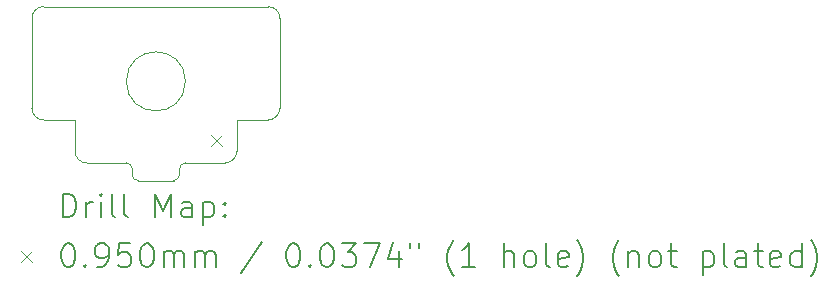
<source format=gbr>
%TF.GenerationSoftware,KiCad,Pcbnew,8.0.2*%
%TF.CreationDate,2024-08-23T14:06:56-07:00*%
%TF.ProjectId,UGC_MechTrigger,5547435f-4d65-4636-9854-726967676572,rev?*%
%TF.SameCoordinates,Original*%
%TF.FileFunction,Drillmap*%
%TF.FilePolarity,Positive*%
%FSLAX45Y45*%
G04 Gerber Fmt 4.5, Leading zero omitted, Abs format (unit mm)*
G04 Created by KiCad (PCBNEW 8.0.2) date 2024-08-23 14:06:56*
%MOMM*%
%LPD*%
G01*
G04 APERTURE LIST*
%ADD10C,0.010000*%
%ADD11C,0.001000*%
%ADD12C,0.200000*%
%ADD13C,0.100000*%
G04 APERTURE END LIST*
D10*
X21761820Y-15886420D02*
X21761820Y-15886420D01*
X21761820Y-15936420D02*
X21761820Y-15936420D01*
X21276820Y-15472620D02*
X21276820Y-15736420D01*
X21376820Y-15836420D02*
G75*
G02*
X21276820Y-15736420I0J100000D01*
G01*
X21276820Y-15736420D02*
X21276820Y-15736420D01*
X23011820Y-15372620D02*
G75*
G02*
X22911820Y-15472620I-100000J0D01*
G01*
X22911820Y-14512620D02*
X21011820Y-14512620D01*
X21011820Y-15472620D02*
G75*
G02*
X20911820Y-15372620I0J100000D01*
G01*
X21376820Y-15836420D02*
X21711820Y-15836420D01*
X20911820Y-14612620D02*
X20911820Y-15372620D01*
X22211820Y-15836420D02*
X22546820Y-15836420D01*
X21711820Y-15836420D02*
G75*
G02*
X21761820Y-15886420I0J-50000D01*
G01*
X22911820Y-14512620D02*
G75*
G02*
X23011820Y-14612620I0J-100000D01*
G01*
X20911820Y-14612620D02*
G75*
G02*
X21011820Y-14512620I100000J0D01*
G01*
X21761820Y-15886420D02*
X21761820Y-15936420D01*
X22646820Y-15472620D02*
X22911820Y-15472620D01*
X21811820Y-15986420D02*
X22111820Y-15986420D01*
X21011820Y-15472620D02*
X21276820Y-15472620D01*
X22161820Y-15936420D02*
X22161820Y-15886420D01*
X21811820Y-15986420D02*
G75*
G02*
X21761820Y-15936420I0J50000D01*
G01*
X22161820Y-15936420D02*
G75*
G02*
X22111820Y-15986420I-50000J0D01*
G01*
X22161820Y-15886420D02*
G75*
G02*
X22211820Y-15836420I50000J0D01*
G01*
X22646820Y-15736420D02*
X22646820Y-15472620D01*
X23011820Y-15372620D02*
X23011820Y-14612620D01*
X22646820Y-15736420D02*
G75*
G02*
X22546820Y-15836420I-100000J0D01*
G01*
D11*
X22211820Y-15146420D02*
G75*
G02*
X21711820Y-15146420I-250000J0D01*
G01*
X21711820Y-15146420D02*
G75*
G02*
X22211820Y-15146420I250000J0D01*
G01*
D12*
D13*
X22429320Y-15598920D02*
X22524320Y-15693920D01*
X22524320Y-15598920D02*
X22429320Y-15693920D01*
D12*
X21172097Y-16298404D02*
X21172097Y-16098404D01*
X21172097Y-16098404D02*
X21219716Y-16098404D01*
X21219716Y-16098404D02*
X21248287Y-16107928D01*
X21248287Y-16107928D02*
X21267335Y-16126975D01*
X21267335Y-16126975D02*
X21276859Y-16146023D01*
X21276859Y-16146023D02*
X21286383Y-16184118D01*
X21286383Y-16184118D02*
X21286383Y-16212690D01*
X21286383Y-16212690D02*
X21276859Y-16250785D01*
X21276859Y-16250785D02*
X21267335Y-16269832D01*
X21267335Y-16269832D02*
X21248287Y-16288880D01*
X21248287Y-16288880D02*
X21219716Y-16298404D01*
X21219716Y-16298404D02*
X21172097Y-16298404D01*
X21372097Y-16298404D02*
X21372097Y-16165070D01*
X21372097Y-16203166D02*
X21381621Y-16184118D01*
X21381621Y-16184118D02*
X21391144Y-16174594D01*
X21391144Y-16174594D02*
X21410192Y-16165070D01*
X21410192Y-16165070D02*
X21429240Y-16165070D01*
X21495906Y-16298404D02*
X21495906Y-16165070D01*
X21495906Y-16098404D02*
X21486383Y-16107928D01*
X21486383Y-16107928D02*
X21495906Y-16117451D01*
X21495906Y-16117451D02*
X21505430Y-16107928D01*
X21505430Y-16107928D02*
X21495906Y-16098404D01*
X21495906Y-16098404D02*
X21495906Y-16117451D01*
X21619716Y-16298404D02*
X21600668Y-16288880D01*
X21600668Y-16288880D02*
X21591144Y-16269832D01*
X21591144Y-16269832D02*
X21591144Y-16098404D01*
X21724478Y-16298404D02*
X21705430Y-16288880D01*
X21705430Y-16288880D02*
X21695906Y-16269832D01*
X21695906Y-16269832D02*
X21695906Y-16098404D01*
X21953049Y-16298404D02*
X21953049Y-16098404D01*
X21953049Y-16098404D02*
X22019716Y-16241261D01*
X22019716Y-16241261D02*
X22086383Y-16098404D01*
X22086383Y-16098404D02*
X22086383Y-16298404D01*
X22267335Y-16298404D02*
X22267335Y-16193642D01*
X22267335Y-16193642D02*
X22257811Y-16174594D01*
X22257811Y-16174594D02*
X22238764Y-16165070D01*
X22238764Y-16165070D02*
X22200668Y-16165070D01*
X22200668Y-16165070D02*
X22181621Y-16174594D01*
X22267335Y-16288880D02*
X22248287Y-16298404D01*
X22248287Y-16298404D02*
X22200668Y-16298404D01*
X22200668Y-16298404D02*
X22181621Y-16288880D01*
X22181621Y-16288880D02*
X22172097Y-16269832D01*
X22172097Y-16269832D02*
X22172097Y-16250785D01*
X22172097Y-16250785D02*
X22181621Y-16231737D01*
X22181621Y-16231737D02*
X22200668Y-16222213D01*
X22200668Y-16222213D02*
X22248287Y-16222213D01*
X22248287Y-16222213D02*
X22267335Y-16212690D01*
X22362573Y-16165070D02*
X22362573Y-16365070D01*
X22362573Y-16174594D02*
X22381621Y-16165070D01*
X22381621Y-16165070D02*
X22419716Y-16165070D01*
X22419716Y-16165070D02*
X22438763Y-16174594D01*
X22438763Y-16174594D02*
X22448287Y-16184118D01*
X22448287Y-16184118D02*
X22457811Y-16203166D01*
X22457811Y-16203166D02*
X22457811Y-16260309D01*
X22457811Y-16260309D02*
X22448287Y-16279356D01*
X22448287Y-16279356D02*
X22438763Y-16288880D01*
X22438763Y-16288880D02*
X22419716Y-16298404D01*
X22419716Y-16298404D02*
X22381621Y-16298404D01*
X22381621Y-16298404D02*
X22362573Y-16288880D01*
X22543525Y-16279356D02*
X22553049Y-16288880D01*
X22553049Y-16288880D02*
X22543525Y-16298404D01*
X22543525Y-16298404D02*
X22534002Y-16288880D01*
X22534002Y-16288880D02*
X22543525Y-16279356D01*
X22543525Y-16279356D02*
X22543525Y-16298404D01*
X22543525Y-16174594D02*
X22553049Y-16184118D01*
X22553049Y-16184118D02*
X22543525Y-16193642D01*
X22543525Y-16193642D02*
X22534002Y-16184118D01*
X22534002Y-16184118D02*
X22543525Y-16174594D01*
X22543525Y-16174594D02*
X22543525Y-16193642D01*
D13*
X20816320Y-16579420D02*
X20911320Y-16674420D01*
X20911320Y-16579420D02*
X20816320Y-16674420D01*
D12*
X21210192Y-16518404D02*
X21229240Y-16518404D01*
X21229240Y-16518404D02*
X21248287Y-16527928D01*
X21248287Y-16527928D02*
X21257811Y-16537451D01*
X21257811Y-16537451D02*
X21267335Y-16556499D01*
X21267335Y-16556499D02*
X21276859Y-16594594D01*
X21276859Y-16594594D02*
X21276859Y-16642213D01*
X21276859Y-16642213D02*
X21267335Y-16680309D01*
X21267335Y-16680309D02*
X21257811Y-16699356D01*
X21257811Y-16699356D02*
X21248287Y-16708880D01*
X21248287Y-16708880D02*
X21229240Y-16718404D01*
X21229240Y-16718404D02*
X21210192Y-16718404D01*
X21210192Y-16718404D02*
X21191144Y-16708880D01*
X21191144Y-16708880D02*
X21181621Y-16699356D01*
X21181621Y-16699356D02*
X21172097Y-16680309D01*
X21172097Y-16680309D02*
X21162573Y-16642213D01*
X21162573Y-16642213D02*
X21162573Y-16594594D01*
X21162573Y-16594594D02*
X21172097Y-16556499D01*
X21172097Y-16556499D02*
X21181621Y-16537451D01*
X21181621Y-16537451D02*
X21191144Y-16527928D01*
X21191144Y-16527928D02*
X21210192Y-16518404D01*
X21362573Y-16699356D02*
X21372097Y-16708880D01*
X21372097Y-16708880D02*
X21362573Y-16718404D01*
X21362573Y-16718404D02*
X21353049Y-16708880D01*
X21353049Y-16708880D02*
X21362573Y-16699356D01*
X21362573Y-16699356D02*
X21362573Y-16718404D01*
X21467335Y-16718404D02*
X21505430Y-16718404D01*
X21505430Y-16718404D02*
X21524478Y-16708880D01*
X21524478Y-16708880D02*
X21534002Y-16699356D01*
X21534002Y-16699356D02*
X21553049Y-16670785D01*
X21553049Y-16670785D02*
X21562573Y-16632690D01*
X21562573Y-16632690D02*
X21562573Y-16556499D01*
X21562573Y-16556499D02*
X21553049Y-16537451D01*
X21553049Y-16537451D02*
X21543525Y-16527928D01*
X21543525Y-16527928D02*
X21524478Y-16518404D01*
X21524478Y-16518404D02*
X21486383Y-16518404D01*
X21486383Y-16518404D02*
X21467335Y-16527928D01*
X21467335Y-16527928D02*
X21457811Y-16537451D01*
X21457811Y-16537451D02*
X21448287Y-16556499D01*
X21448287Y-16556499D02*
X21448287Y-16604118D01*
X21448287Y-16604118D02*
X21457811Y-16623166D01*
X21457811Y-16623166D02*
X21467335Y-16632690D01*
X21467335Y-16632690D02*
X21486383Y-16642213D01*
X21486383Y-16642213D02*
X21524478Y-16642213D01*
X21524478Y-16642213D02*
X21543525Y-16632690D01*
X21543525Y-16632690D02*
X21553049Y-16623166D01*
X21553049Y-16623166D02*
X21562573Y-16604118D01*
X21743525Y-16518404D02*
X21648287Y-16518404D01*
X21648287Y-16518404D02*
X21638764Y-16613642D01*
X21638764Y-16613642D02*
X21648287Y-16604118D01*
X21648287Y-16604118D02*
X21667335Y-16594594D01*
X21667335Y-16594594D02*
X21714954Y-16594594D01*
X21714954Y-16594594D02*
X21734002Y-16604118D01*
X21734002Y-16604118D02*
X21743525Y-16613642D01*
X21743525Y-16613642D02*
X21753049Y-16632690D01*
X21753049Y-16632690D02*
X21753049Y-16680309D01*
X21753049Y-16680309D02*
X21743525Y-16699356D01*
X21743525Y-16699356D02*
X21734002Y-16708880D01*
X21734002Y-16708880D02*
X21714954Y-16718404D01*
X21714954Y-16718404D02*
X21667335Y-16718404D01*
X21667335Y-16718404D02*
X21648287Y-16708880D01*
X21648287Y-16708880D02*
X21638764Y-16699356D01*
X21876859Y-16518404D02*
X21895906Y-16518404D01*
X21895906Y-16518404D02*
X21914954Y-16527928D01*
X21914954Y-16527928D02*
X21924478Y-16537451D01*
X21924478Y-16537451D02*
X21934002Y-16556499D01*
X21934002Y-16556499D02*
X21943525Y-16594594D01*
X21943525Y-16594594D02*
X21943525Y-16642213D01*
X21943525Y-16642213D02*
X21934002Y-16680309D01*
X21934002Y-16680309D02*
X21924478Y-16699356D01*
X21924478Y-16699356D02*
X21914954Y-16708880D01*
X21914954Y-16708880D02*
X21895906Y-16718404D01*
X21895906Y-16718404D02*
X21876859Y-16718404D01*
X21876859Y-16718404D02*
X21857811Y-16708880D01*
X21857811Y-16708880D02*
X21848287Y-16699356D01*
X21848287Y-16699356D02*
X21838764Y-16680309D01*
X21838764Y-16680309D02*
X21829240Y-16642213D01*
X21829240Y-16642213D02*
X21829240Y-16594594D01*
X21829240Y-16594594D02*
X21838764Y-16556499D01*
X21838764Y-16556499D02*
X21848287Y-16537451D01*
X21848287Y-16537451D02*
X21857811Y-16527928D01*
X21857811Y-16527928D02*
X21876859Y-16518404D01*
X22029240Y-16718404D02*
X22029240Y-16585070D01*
X22029240Y-16604118D02*
X22038764Y-16594594D01*
X22038764Y-16594594D02*
X22057811Y-16585070D01*
X22057811Y-16585070D02*
X22086383Y-16585070D01*
X22086383Y-16585070D02*
X22105430Y-16594594D01*
X22105430Y-16594594D02*
X22114954Y-16613642D01*
X22114954Y-16613642D02*
X22114954Y-16718404D01*
X22114954Y-16613642D02*
X22124478Y-16594594D01*
X22124478Y-16594594D02*
X22143525Y-16585070D01*
X22143525Y-16585070D02*
X22172097Y-16585070D01*
X22172097Y-16585070D02*
X22191145Y-16594594D01*
X22191145Y-16594594D02*
X22200668Y-16613642D01*
X22200668Y-16613642D02*
X22200668Y-16718404D01*
X22295906Y-16718404D02*
X22295906Y-16585070D01*
X22295906Y-16604118D02*
X22305430Y-16594594D01*
X22305430Y-16594594D02*
X22324478Y-16585070D01*
X22324478Y-16585070D02*
X22353049Y-16585070D01*
X22353049Y-16585070D02*
X22372097Y-16594594D01*
X22372097Y-16594594D02*
X22381621Y-16613642D01*
X22381621Y-16613642D02*
X22381621Y-16718404D01*
X22381621Y-16613642D02*
X22391144Y-16594594D01*
X22391144Y-16594594D02*
X22410192Y-16585070D01*
X22410192Y-16585070D02*
X22438763Y-16585070D01*
X22438763Y-16585070D02*
X22457811Y-16594594D01*
X22457811Y-16594594D02*
X22467335Y-16613642D01*
X22467335Y-16613642D02*
X22467335Y-16718404D01*
X22857811Y-16508880D02*
X22686383Y-16766023D01*
X23114954Y-16518404D02*
X23134002Y-16518404D01*
X23134002Y-16518404D02*
X23153049Y-16527928D01*
X23153049Y-16527928D02*
X23162573Y-16537451D01*
X23162573Y-16537451D02*
X23172097Y-16556499D01*
X23172097Y-16556499D02*
X23181621Y-16594594D01*
X23181621Y-16594594D02*
X23181621Y-16642213D01*
X23181621Y-16642213D02*
X23172097Y-16680309D01*
X23172097Y-16680309D02*
X23162573Y-16699356D01*
X23162573Y-16699356D02*
X23153049Y-16708880D01*
X23153049Y-16708880D02*
X23134002Y-16718404D01*
X23134002Y-16718404D02*
X23114954Y-16718404D01*
X23114954Y-16718404D02*
X23095906Y-16708880D01*
X23095906Y-16708880D02*
X23086383Y-16699356D01*
X23086383Y-16699356D02*
X23076859Y-16680309D01*
X23076859Y-16680309D02*
X23067335Y-16642213D01*
X23067335Y-16642213D02*
X23067335Y-16594594D01*
X23067335Y-16594594D02*
X23076859Y-16556499D01*
X23076859Y-16556499D02*
X23086383Y-16537451D01*
X23086383Y-16537451D02*
X23095906Y-16527928D01*
X23095906Y-16527928D02*
X23114954Y-16518404D01*
X23267335Y-16699356D02*
X23276859Y-16708880D01*
X23276859Y-16708880D02*
X23267335Y-16718404D01*
X23267335Y-16718404D02*
X23257811Y-16708880D01*
X23257811Y-16708880D02*
X23267335Y-16699356D01*
X23267335Y-16699356D02*
X23267335Y-16718404D01*
X23400668Y-16518404D02*
X23419716Y-16518404D01*
X23419716Y-16518404D02*
X23438764Y-16527928D01*
X23438764Y-16527928D02*
X23448287Y-16537451D01*
X23448287Y-16537451D02*
X23457811Y-16556499D01*
X23457811Y-16556499D02*
X23467335Y-16594594D01*
X23467335Y-16594594D02*
X23467335Y-16642213D01*
X23467335Y-16642213D02*
X23457811Y-16680309D01*
X23457811Y-16680309D02*
X23448287Y-16699356D01*
X23448287Y-16699356D02*
X23438764Y-16708880D01*
X23438764Y-16708880D02*
X23419716Y-16718404D01*
X23419716Y-16718404D02*
X23400668Y-16718404D01*
X23400668Y-16718404D02*
X23381621Y-16708880D01*
X23381621Y-16708880D02*
X23372097Y-16699356D01*
X23372097Y-16699356D02*
X23362573Y-16680309D01*
X23362573Y-16680309D02*
X23353049Y-16642213D01*
X23353049Y-16642213D02*
X23353049Y-16594594D01*
X23353049Y-16594594D02*
X23362573Y-16556499D01*
X23362573Y-16556499D02*
X23372097Y-16537451D01*
X23372097Y-16537451D02*
X23381621Y-16527928D01*
X23381621Y-16527928D02*
X23400668Y-16518404D01*
X23534002Y-16518404D02*
X23657811Y-16518404D01*
X23657811Y-16518404D02*
X23591145Y-16594594D01*
X23591145Y-16594594D02*
X23619716Y-16594594D01*
X23619716Y-16594594D02*
X23638764Y-16604118D01*
X23638764Y-16604118D02*
X23648287Y-16613642D01*
X23648287Y-16613642D02*
X23657811Y-16632690D01*
X23657811Y-16632690D02*
X23657811Y-16680309D01*
X23657811Y-16680309D02*
X23648287Y-16699356D01*
X23648287Y-16699356D02*
X23638764Y-16708880D01*
X23638764Y-16708880D02*
X23619716Y-16718404D01*
X23619716Y-16718404D02*
X23562573Y-16718404D01*
X23562573Y-16718404D02*
X23543526Y-16708880D01*
X23543526Y-16708880D02*
X23534002Y-16699356D01*
X23724478Y-16518404D02*
X23857811Y-16518404D01*
X23857811Y-16518404D02*
X23772097Y-16718404D01*
X24019716Y-16585070D02*
X24019716Y-16718404D01*
X23972097Y-16508880D02*
X23924478Y-16651737D01*
X23924478Y-16651737D02*
X24048287Y-16651737D01*
X24114954Y-16518404D02*
X24114954Y-16556499D01*
X24191145Y-16518404D02*
X24191145Y-16556499D01*
X24486383Y-16794594D02*
X24476859Y-16785071D01*
X24476859Y-16785071D02*
X24457811Y-16756499D01*
X24457811Y-16756499D02*
X24448288Y-16737451D01*
X24448288Y-16737451D02*
X24438764Y-16708880D01*
X24438764Y-16708880D02*
X24429240Y-16661261D01*
X24429240Y-16661261D02*
X24429240Y-16623166D01*
X24429240Y-16623166D02*
X24438764Y-16575547D01*
X24438764Y-16575547D02*
X24448288Y-16546975D01*
X24448288Y-16546975D02*
X24457811Y-16527928D01*
X24457811Y-16527928D02*
X24476859Y-16499356D01*
X24476859Y-16499356D02*
X24486383Y-16489832D01*
X24667335Y-16718404D02*
X24553049Y-16718404D01*
X24610192Y-16718404D02*
X24610192Y-16518404D01*
X24610192Y-16518404D02*
X24591145Y-16546975D01*
X24591145Y-16546975D02*
X24572097Y-16566023D01*
X24572097Y-16566023D02*
X24553049Y-16575547D01*
X24905430Y-16718404D02*
X24905430Y-16518404D01*
X24991145Y-16718404D02*
X24991145Y-16613642D01*
X24991145Y-16613642D02*
X24981621Y-16594594D01*
X24981621Y-16594594D02*
X24962573Y-16585070D01*
X24962573Y-16585070D02*
X24934002Y-16585070D01*
X24934002Y-16585070D02*
X24914954Y-16594594D01*
X24914954Y-16594594D02*
X24905430Y-16604118D01*
X25114954Y-16718404D02*
X25095907Y-16708880D01*
X25095907Y-16708880D02*
X25086383Y-16699356D01*
X25086383Y-16699356D02*
X25076859Y-16680309D01*
X25076859Y-16680309D02*
X25076859Y-16623166D01*
X25076859Y-16623166D02*
X25086383Y-16604118D01*
X25086383Y-16604118D02*
X25095907Y-16594594D01*
X25095907Y-16594594D02*
X25114954Y-16585070D01*
X25114954Y-16585070D02*
X25143526Y-16585070D01*
X25143526Y-16585070D02*
X25162573Y-16594594D01*
X25162573Y-16594594D02*
X25172097Y-16604118D01*
X25172097Y-16604118D02*
X25181621Y-16623166D01*
X25181621Y-16623166D02*
X25181621Y-16680309D01*
X25181621Y-16680309D02*
X25172097Y-16699356D01*
X25172097Y-16699356D02*
X25162573Y-16708880D01*
X25162573Y-16708880D02*
X25143526Y-16718404D01*
X25143526Y-16718404D02*
X25114954Y-16718404D01*
X25295907Y-16718404D02*
X25276859Y-16708880D01*
X25276859Y-16708880D02*
X25267335Y-16689832D01*
X25267335Y-16689832D02*
X25267335Y-16518404D01*
X25448288Y-16708880D02*
X25429240Y-16718404D01*
X25429240Y-16718404D02*
X25391145Y-16718404D01*
X25391145Y-16718404D02*
X25372097Y-16708880D01*
X25372097Y-16708880D02*
X25362573Y-16689832D01*
X25362573Y-16689832D02*
X25362573Y-16613642D01*
X25362573Y-16613642D02*
X25372097Y-16594594D01*
X25372097Y-16594594D02*
X25391145Y-16585070D01*
X25391145Y-16585070D02*
X25429240Y-16585070D01*
X25429240Y-16585070D02*
X25448288Y-16594594D01*
X25448288Y-16594594D02*
X25457811Y-16613642D01*
X25457811Y-16613642D02*
X25457811Y-16632690D01*
X25457811Y-16632690D02*
X25362573Y-16651737D01*
X25524478Y-16794594D02*
X25534002Y-16785071D01*
X25534002Y-16785071D02*
X25553050Y-16756499D01*
X25553050Y-16756499D02*
X25562573Y-16737451D01*
X25562573Y-16737451D02*
X25572097Y-16708880D01*
X25572097Y-16708880D02*
X25581621Y-16661261D01*
X25581621Y-16661261D02*
X25581621Y-16623166D01*
X25581621Y-16623166D02*
X25572097Y-16575547D01*
X25572097Y-16575547D02*
X25562573Y-16546975D01*
X25562573Y-16546975D02*
X25553050Y-16527928D01*
X25553050Y-16527928D02*
X25534002Y-16499356D01*
X25534002Y-16499356D02*
X25524478Y-16489832D01*
X25886383Y-16794594D02*
X25876859Y-16785071D01*
X25876859Y-16785071D02*
X25857811Y-16756499D01*
X25857811Y-16756499D02*
X25848288Y-16737451D01*
X25848288Y-16737451D02*
X25838764Y-16708880D01*
X25838764Y-16708880D02*
X25829240Y-16661261D01*
X25829240Y-16661261D02*
X25829240Y-16623166D01*
X25829240Y-16623166D02*
X25838764Y-16575547D01*
X25838764Y-16575547D02*
X25848288Y-16546975D01*
X25848288Y-16546975D02*
X25857811Y-16527928D01*
X25857811Y-16527928D02*
X25876859Y-16499356D01*
X25876859Y-16499356D02*
X25886383Y-16489832D01*
X25962573Y-16585070D02*
X25962573Y-16718404D01*
X25962573Y-16604118D02*
X25972097Y-16594594D01*
X25972097Y-16594594D02*
X25991145Y-16585070D01*
X25991145Y-16585070D02*
X26019716Y-16585070D01*
X26019716Y-16585070D02*
X26038764Y-16594594D01*
X26038764Y-16594594D02*
X26048288Y-16613642D01*
X26048288Y-16613642D02*
X26048288Y-16718404D01*
X26172097Y-16718404D02*
X26153050Y-16708880D01*
X26153050Y-16708880D02*
X26143526Y-16699356D01*
X26143526Y-16699356D02*
X26134002Y-16680309D01*
X26134002Y-16680309D02*
X26134002Y-16623166D01*
X26134002Y-16623166D02*
X26143526Y-16604118D01*
X26143526Y-16604118D02*
X26153050Y-16594594D01*
X26153050Y-16594594D02*
X26172097Y-16585070D01*
X26172097Y-16585070D02*
X26200669Y-16585070D01*
X26200669Y-16585070D02*
X26219716Y-16594594D01*
X26219716Y-16594594D02*
X26229240Y-16604118D01*
X26229240Y-16604118D02*
X26238764Y-16623166D01*
X26238764Y-16623166D02*
X26238764Y-16680309D01*
X26238764Y-16680309D02*
X26229240Y-16699356D01*
X26229240Y-16699356D02*
X26219716Y-16708880D01*
X26219716Y-16708880D02*
X26200669Y-16718404D01*
X26200669Y-16718404D02*
X26172097Y-16718404D01*
X26295907Y-16585070D02*
X26372097Y-16585070D01*
X26324478Y-16518404D02*
X26324478Y-16689832D01*
X26324478Y-16689832D02*
X26334002Y-16708880D01*
X26334002Y-16708880D02*
X26353050Y-16718404D01*
X26353050Y-16718404D02*
X26372097Y-16718404D01*
X26591145Y-16585070D02*
X26591145Y-16785071D01*
X26591145Y-16594594D02*
X26610192Y-16585070D01*
X26610192Y-16585070D02*
X26648288Y-16585070D01*
X26648288Y-16585070D02*
X26667335Y-16594594D01*
X26667335Y-16594594D02*
X26676859Y-16604118D01*
X26676859Y-16604118D02*
X26686383Y-16623166D01*
X26686383Y-16623166D02*
X26686383Y-16680309D01*
X26686383Y-16680309D02*
X26676859Y-16699356D01*
X26676859Y-16699356D02*
X26667335Y-16708880D01*
X26667335Y-16708880D02*
X26648288Y-16718404D01*
X26648288Y-16718404D02*
X26610192Y-16718404D01*
X26610192Y-16718404D02*
X26591145Y-16708880D01*
X26800669Y-16718404D02*
X26781621Y-16708880D01*
X26781621Y-16708880D02*
X26772097Y-16689832D01*
X26772097Y-16689832D02*
X26772097Y-16518404D01*
X26962573Y-16718404D02*
X26962573Y-16613642D01*
X26962573Y-16613642D02*
X26953050Y-16594594D01*
X26953050Y-16594594D02*
X26934002Y-16585070D01*
X26934002Y-16585070D02*
X26895907Y-16585070D01*
X26895907Y-16585070D02*
X26876859Y-16594594D01*
X26962573Y-16708880D02*
X26943526Y-16718404D01*
X26943526Y-16718404D02*
X26895907Y-16718404D01*
X26895907Y-16718404D02*
X26876859Y-16708880D01*
X26876859Y-16708880D02*
X26867335Y-16689832D01*
X26867335Y-16689832D02*
X26867335Y-16670785D01*
X26867335Y-16670785D02*
X26876859Y-16651737D01*
X26876859Y-16651737D02*
X26895907Y-16642213D01*
X26895907Y-16642213D02*
X26943526Y-16642213D01*
X26943526Y-16642213D02*
X26962573Y-16632690D01*
X27029240Y-16585070D02*
X27105431Y-16585070D01*
X27057812Y-16518404D02*
X27057812Y-16689832D01*
X27057812Y-16689832D02*
X27067335Y-16708880D01*
X27067335Y-16708880D02*
X27086383Y-16718404D01*
X27086383Y-16718404D02*
X27105431Y-16718404D01*
X27248288Y-16708880D02*
X27229240Y-16718404D01*
X27229240Y-16718404D02*
X27191145Y-16718404D01*
X27191145Y-16718404D02*
X27172097Y-16708880D01*
X27172097Y-16708880D02*
X27162573Y-16689832D01*
X27162573Y-16689832D02*
X27162573Y-16613642D01*
X27162573Y-16613642D02*
X27172097Y-16594594D01*
X27172097Y-16594594D02*
X27191145Y-16585070D01*
X27191145Y-16585070D02*
X27229240Y-16585070D01*
X27229240Y-16585070D02*
X27248288Y-16594594D01*
X27248288Y-16594594D02*
X27257812Y-16613642D01*
X27257812Y-16613642D02*
X27257812Y-16632690D01*
X27257812Y-16632690D02*
X27162573Y-16651737D01*
X27429240Y-16718404D02*
X27429240Y-16518404D01*
X27429240Y-16708880D02*
X27410193Y-16718404D01*
X27410193Y-16718404D02*
X27372097Y-16718404D01*
X27372097Y-16718404D02*
X27353050Y-16708880D01*
X27353050Y-16708880D02*
X27343526Y-16699356D01*
X27343526Y-16699356D02*
X27334002Y-16680309D01*
X27334002Y-16680309D02*
X27334002Y-16623166D01*
X27334002Y-16623166D02*
X27343526Y-16604118D01*
X27343526Y-16604118D02*
X27353050Y-16594594D01*
X27353050Y-16594594D02*
X27372097Y-16585070D01*
X27372097Y-16585070D02*
X27410193Y-16585070D01*
X27410193Y-16585070D02*
X27429240Y-16594594D01*
X27505431Y-16794594D02*
X27514954Y-16785071D01*
X27514954Y-16785071D02*
X27534002Y-16756499D01*
X27534002Y-16756499D02*
X27543526Y-16737451D01*
X27543526Y-16737451D02*
X27553050Y-16708880D01*
X27553050Y-16708880D02*
X27562573Y-16661261D01*
X27562573Y-16661261D02*
X27562573Y-16623166D01*
X27562573Y-16623166D02*
X27553050Y-16575547D01*
X27553050Y-16575547D02*
X27543526Y-16546975D01*
X27543526Y-16546975D02*
X27534002Y-16527928D01*
X27534002Y-16527928D02*
X27514954Y-16499356D01*
X27514954Y-16499356D02*
X27505431Y-16489832D01*
M02*

</source>
